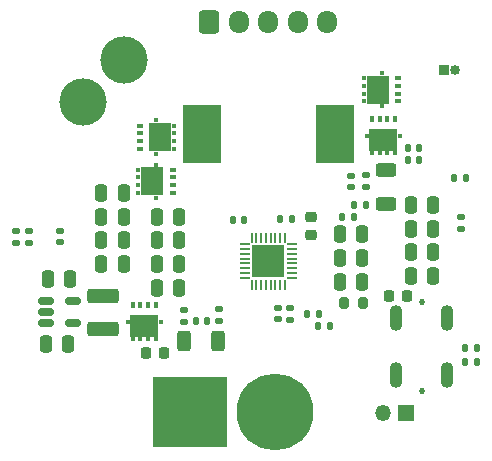
<source format=gbs>
%TF.GenerationSoftware,KiCad,Pcbnew,(6.0.9)*%
%TF.CreationDate,2023-02-03T11:40:43+01:00*%
%TF.ProjectId,BatteryManagementBoard,42617474-6572-4794-9d61-6e6167656d65,rev?*%
%TF.SameCoordinates,Original*%
%TF.FileFunction,Soldermask,Bot*%
%TF.FilePolarity,Negative*%
%FSLAX46Y46*%
G04 Gerber Fmt 4.6, Leading zero omitted, Abs format (unit mm)*
G04 Created by KiCad (PCBNEW (6.0.9)) date 2023-02-03 11:40:43*
%MOMM*%
%LPD*%
G01*
G04 APERTURE LIST*
G04 Aperture macros list*
%AMRoundRect*
0 Rectangle with rounded corners*
0 $1 Rounding radius*
0 $2 $3 $4 $5 $6 $7 $8 $9 X,Y pos of 4 corners*
0 Add a 4 corners polygon primitive as box body*
4,1,4,$2,$3,$4,$5,$6,$7,$8,$9,$2,$3,0*
0 Add four circle primitives for the rounded corners*
1,1,$1+$1,$2,$3*
1,1,$1+$1,$4,$5*
1,1,$1+$1,$6,$7*
1,1,$1+$1,$8,$9*
0 Add four rect primitives between the rounded corners*
20,1,$1+$1,$2,$3,$4,$5,0*
20,1,$1+$1,$4,$5,$6,$7,0*
20,1,$1+$1,$6,$7,$8,$9,0*
20,1,$1+$1,$8,$9,$2,$3,0*%
G04 Aperture macros list end*
%ADD10C,0.520000*%
%ADD11O,1.100000X2.200000*%
%ADD12R,0.850000X0.850000*%
%ADD13O,0.850000X0.850000*%
%ADD14RoundRect,0.135000X-0.185000X0.135000X-0.185000X-0.135000X0.185000X-0.135000X0.185000X0.135000X0*%
%ADD15RoundRect,0.135000X-0.135000X-0.185000X0.135000X-0.185000X0.135000X0.185000X-0.135000X0.185000X0*%
%ADD16R,1.350000X1.350000*%
%ADD17O,1.350000X1.350000*%
%ADD18RoundRect,0.250000X-0.250000X-0.475000X0.250000X-0.475000X0.250000X0.475000X-0.250000X0.475000X0*%
%ADD19RoundRect,0.250000X0.250000X0.475000X-0.250000X0.475000X-0.250000X-0.475000X0.250000X-0.475000X0*%
%ADD20R,0.430000X0.380000*%
%ADD21R,0.300000X0.400000*%
%ADD22R,1.980000X2.450000*%
%ADD23R,0.500000X0.350000*%
%ADD24RoundRect,0.140000X-0.170000X0.140000X-0.170000X-0.140000X0.170000X-0.140000X0.170000X0.140000X0*%
%ADD25RoundRect,0.135000X0.185000X-0.135000X0.185000X0.135000X-0.185000X0.135000X-0.185000X-0.135000X0*%
%ADD26RoundRect,0.225000X0.225000X0.250000X-0.225000X0.250000X-0.225000X-0.250000X0.225000X-0.250000X0*%
%ADD27RoundRect,0.050000X0.337500X0.050000X-0.337500X0.050000X-0.337500X-0.050000X0.337500X-0.050000X0*%
%ADD28RoundRect,0.050000X0.050000X0.337500X-0.050000X0.337500X-0.050000X-0.337500X0.050000X-0.337500X0*%
%ADD29R,2.800000X2.800000*%
%ADD30RoundRect,0.250000X-0.600000X-0.725000X0.600000X-0.725000X0.600000X0.725000X-0.600000X0.725000X0*%
%ADD31O,1.700000X1.950000*%
%ADD32R,3.250000X5.000000*%
%ADD33RoundRect,0.225000X0.250000X-0.225000X0.250000X0.225000X-0.250000X0.225000X-0.250000X-0.225000X0*%
%ADD34R,0.380000X0.430000*%
%ADD35R,0.400000X0.300000*%
%ADD36R,2.450000X1.980000*%
%ADD37R,0.350000X0.500000*%
%ADD38RoundRect,0.140000X0.140000X0.170000X-0.140000X0.170000X-0.140000X-0.170000X0.140000X-0.170000X0*%
%ADD39RoundRect,0.135000X0.135000X0.185000X-0.135000X0.185000X-0.135000X-0.185000X0.135000X-0.185000X0*%
%ADD40RoundRect,0.250000X0.625000X-0.312500X0.625000X0.312500X-0.625000X0.312500X-0.625000X-0.312500X0*%
%ADD41RoundRect,0.140000X0.170000X-0.140000X0.170000X0.140000X-0.170000X0.140000X-0.170000X-0.140000X0*%
%ADD42RoundRect,0.218750X0.218750X0.256250X-0.218750X0.256250X-0.218750X-0.256250X0.218750X-0.256250X0*%
%ADD43C,6.500000*%
%ADD44R,6.300000X6.000000*%
%ADD45RoundRect,0.140000X-0.140000X-0.170000X0.140000X-0.170000X0.140000X0.170000X-0.140000X0.170000X0*%
%ADD46RoundRect,0.250000X-0.312500X-0.625000X0.312500X-0.625000X0.312500X0.625000X-0.312500X0.625000X0*%
%ADD47C,4.000000*%
%ADD48RoundRect,0.250000X1.075000X-0.375000X1.075000X0.375000X-1.075000X0.375000X-1.075000X-0.375000X0*%
%ADD49RoundRect,0.150000X-0.512500X-0.150000X0.512500X-0.150000X0.512500X0.150000X-0.512500X0.150000X0*%
%ADD50RoundRect,0.200000X0.200000X0.275000X-0.200000X0.275000X-0.200000X-0.275000X0.200000X-0.275000X0*%
G04 APERTURE END LIST*
D10*
X163000000Y-113750000D03*
X163000000Y-106250000D03*
D11*
X165150000Y-107600000D03*
X160850000Y-107600000D03*
X165150000Y-112400000D03*
X160850000Y-112400000D03*
D12*
X164850000Y-86550000D03*
D13*
X165850000Y-86550000D03*
D14*
X129700000Y-100190000D03*
X129700000Y-101210000D03*
D15*
X165720000Y-95710000D03*
X166740000Y-95710000D03*
D16*
X161700000Y-115600000D03*
D17*
X159700000Y-115600000D03*
D18*
X162050000Y-100000000D03*
X163950000Y-100000000D03*
D15*
X157240000Y-98000000D03*
X158260000Y-98000000D03*
D19*
X133250000Y-104300000D03*
X131350000Y-104300000D03*
D20*
X159610000Y-86850000D03*
X159610000Y-89650000D03*
D21*
X158110000Y-87275000D03*
X158110000Y-89225000D03*
X158110000Y-87925000D03*
X158110000Y-88575000D03*
D22*
X159250000Y-88250000D03*
D23*
X161010000Y-89225000D03*
X161010000Y-88575000D03*
X161010000Y-87275000D03*
X161010000Y-87925000D03*
D24*
X150800000Y-106720000D03*
X150800000Y-107680000D03*
D18*
X162050000Y-104000000D03*
X163950000Y-104000000D03*
D19*
X142450000Y-105000000D03*
X140550000Y-105000000D03*
D21*
X139000000Y-96975000D03*
X139000000Y-95025000D03*
X139000000Y-95675000D03*
D20*
X140500000Y-97400000D03*
D22*
X140140000Y-96000000D03*
D20*
X140500000Y-94600000D03*
D21*
X139000000Y-96325000D03*
D23*
X141900000Y-96975000D03*
X141900000Y-95675000D03*
X141900000Y-95025000D03*
X141900000Y-96325000D03*
D19*
X157950000Y-102500000D03*
X156050000Y-102500000D03*
D15*
X166690000Y-111300000D03*
X167710000Y-111300000D03*
D25*
X151800000Y-107710000D03*
X151800000Y-106690000D03*
D14*
X166300000Y-98990000D03*
X166300000Y-100010000D03*
D18*
X131150000Y-109800000D03*
X133050000Y-109800000D03*
D26*
X141175000Y-110500000D03*
X139625000Y-110500000D03*
D18*
X162050000Y-98000000D03*
X163950000Y-98000000D03*
X135850000Y-103000000D03*
X137750000Y-103000000D03*
D27*
X151987500Y-101350000D03*
X151987500Y-101750000D03*
X151987500Y-102150000D03*
X151987500Y-102550000D03*
X151987500Y-102950000D03*
X151987500Y-103350000D03*
X151987500Y-103750000D03*
X151987500Y-104150000D03*
D28*
X151400000Y-104737500D03*
X151000000Y-104737500D03*
X150600000Y-104737500D03*
X150200000Y-104737500D03*
X149800000Y-104737500D03*
X149400000Y-104737500D03*
X149000000Y-104737500D03*
X148600000Y-104737500D03*
D27*
X148012500Y-104150000D03*
X148012500Y-103750000D03*
X148012500Y-103350000D03*
X148012500Y-102950000D03*
X148012500Y-102550000D03*
X148012500Y-102150000D03*
X148012500Y-101750000D03*
X148012500Y-101350000D03*
D28*
X148600000Y-100762500D03*
X149000000Y-100762500D03*
X149400000Y-100762500D03*
X149800000Y-100762500D03*
X150200000Y-100762500D03*
X150600000Y-100762500D03*
X151000000Y-100762500D03*
X151400000Y-100762500D03*
D29*
X150000000Y-102750000D03*
D30*
X145000000Y-82525000D03*
D31*
X147500000Y-82525000D03*
X150000000Y-82525000D03*
X152500000Y-82525000D03*
X155000000Y-82525000D03*
D18*
X162050000Y-102000000D03*
X163950000Y-102000000D03*
D15*
X166690000Y-110100000D03*
X167710000Y-110100000D03*
D32*
X155625000Y-92000000D03*
X144375000Y-92000000D03*
D19*
X142450000Y-99000000D03*
X140550000Y-99000000D03*
X142450000Y-103000000D03*
X140550000Y-103000000D03*
D33*
X153600000Y-100575000D03*
X153600000Y-99025000D03*
D34*
X138100000Y-107890000D03*
D35*
X140475000Y-109390000D03*
X138525000Y-109390000D03*
D34*
X140900000Y-107890000D03*
D35*
X139175000Y-109390000D03*
X139825000Y-109390000D03*
D36*
X139500000Y-108250000D03*
D37*
X140475000Y-106490000D03*
X139175000Y-106490000D03*
X138525000Y-106490000D03*
X139825000Y-106490000D03*
D38*
X157230000Y-99000000D03*
X156270000Y-99000000D03*
D39*
X154260000Y-107250000D03*
X153240000Y-107250000D03*
D14*
X145800000Y-106790000D03*
X145800000Y-107810000D03*
D40*
X160000000Y-97962500D03*
X160000000Y-95037500D03*
D41*
X157000000Y-96480000D03*
X157000000Y-95520000D03*
D42*
X161787500Y-105750000D03*
X160212500Y-105750000D03*
D43*
X150600000Y-115500000D03*
D44*
X143400000Y-115500000D03*
D45*
X161820000Y-93200000D03*
X162780000Y-93200000D03*
D19*
X157950000Y-104500000D03*
X156050000Y-104500000D03*
D18*
X135850000Y-101000000D03*
X137750000Y-101000000D03*
D45*
X147020000Y-99250000D03*
X147980000Y-99250000D03*
D41*
X132400000Y-101180000D03*
X132400000Y-100220000D03*
D25*
X158250000Y-96510000D03*
X158250000Y-95490000D03*
D46*
X142837500Y-109500000D03*
X145762500Y-109500000D03*
D35*
X158775000Y-93640000D03*
D34*
X161150000Y-92140000D03*
D35*
X160725000Y-93640000D03*
X160075000Y-93640000D03*
X159425000Y-93640000D03*
D34*
X158350000Y-92140000D03*
D36*
X159750000Y-92500000D03*
D37*
X160725000Y-90740000D03*
X158775000Y-90740000D03*
X160075000Y-90740000D03*
X159425000Y-90740000D03*
D47*
X137817767Y-85732233D03*
X134282233Y-89267767D03*
D48*
X136000000Y-108500000D03*
X136000000Y-105700000D03*
D38*
X151980000Y-99200000D03*
X151020000Y-99200000D03*
D49*
X131212500Y-108012500D03*
X131212500Y-107062500D03*
X131212500Y-106112500D03*
X133487500Y-106112500D03*
X133487500Y-108012500D03*
D22*
X140860000Y-92250000D03*
D20*
X140500000Y-93650000D03*
D21*
X142000000Y-91275000D03*
D20*
X140500000Y-90850000D03*
D21*
X142000000Y-93225000D03*
X142000000Y-92575000D03*
X142000000Y-91925000D03*
D23*
X139100000Y-91275000D03*
X139100000Y-91925000D03*
X139100000Y-93225000D03*
X139100000Y-92575000D03*
D18*
X135850000Y-97000000D03*
X137750000Y-97000000D03*
D39*
X155260000Y-108250000D03*
X154240000Y-108250000D03*
D50*
X158025000Y-106300000D03*
X156375000Y-106300000D03*
D19*
X157950000Y-100500000D03*
X156050000Y-100500000D03*
D45*
X143840000Y-107800000D03*
X144800000Y-107800000D03*
D14*
X128600000Y-100190000D03*
X128600000Y-101210000D03*
D19*
X142450000Y-101000000D03*
X140550000Y-101000000D03*
D45*
X161820000Y-94200000D03*
X162780000Y-94200000D03*
D18*
X135850000Y-99000000D03*
X137750000Y-99000000D03*
D14*
X142900000Y-106890000D03*
X142900000Y-107910000D03*
M02*

</source>
